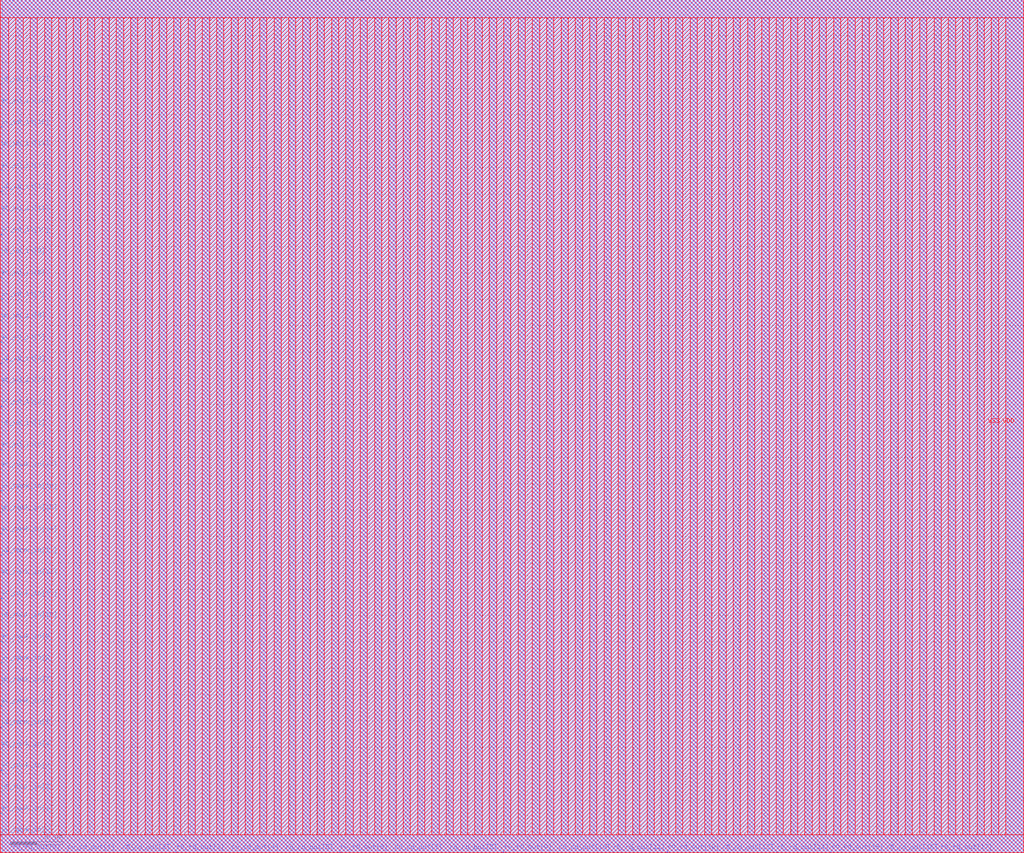
<source format=lef>
VERSION 5.7 ;
BUSBITCHARS "[]" ;
MACRO fakeram_18x256_1r1w
  FOREIGN fakeram_18x256_1r1w 0 0 ;
  SYMMETRY X Y R90 ;
  SIZE 388.240 BY 323.680 ;
  CLASS BLOCK ;
  PIN w0_mask_in[0]
    DIRECTION INPUT ;
    USE SIGNAL ;
    SHAPE ABUTMENT ;
    PORT
      LAYER met3 ;
      RECT 0.000 6.650 0.800 6.950 ;
    END
  END w0_mask_in[0]
  PIN w0_mask_in[1]
    DIRECTION INPUT ;
    USE SIGNAL ;
    SHAPE ABUTMENT ;
    PORT
      LAYER met3 ;
      RECT 0.000 14.810 0.800 15.110 ;
    END
  END w0_mask_in[1]
  PIN w0_mask_in[2]
    DIRECTION INPUT ;
    USE SIGNAL ;
    SHAPE ABUTMENT ;
    PORT
      LAYER met3 ;
      RECT 0.000 22.970 0.800 23.270 ;
    END
  END w0_mask_in[2]
  PIN w0_mask_in[3]
    DIRECTION INPUT ;
    USE SIGNAL ;
    SHAPE ABUTMENT ;
    PORT
      LAYER met3 ;
      RECT 0.000 31.130 0.800 31.430 ;
    END
  END w0_mask_in[3]
  PIN w0_mask_in[4]
    DIRECTION INPUT ;
    USE SIGNAL ;
    SHAPE ABUTMENT ;
    PORT
      LAYER met3 ;
      RECT 0.000 39.290 0.800 39.590 ;
    END
  END w0_mask_in[4]
  PIN w0_mask_in[5]
    DIRECTION INPUT ;
    USE SIGNAL ;
    SHAPE ABUTMENT ;
    PORT
      LAYER met3 ;
      RECT 0.000 47.450 0.800 47.750 ;
    END
  END w0_mask_in[5]
  PIN w0_mask_in[6]
    DIRECTION INPUT ;
    USE SIGNAL ;
    SHAPE ABUTMENT ;
    PORT
      LAYER met3 ;
      RECT 0.000 55.610 0.800 55.910 ;
    END
  END w0_mask_in[6]
  PIN w0_mask_in[7]
    DIRECTION INPUT ;
    USE SIGNAL ;
    SHAPE ABUTMENT ;
    PORT
      LAYER met3 ;
      RECT 0.000 63.770 0.800 64.070 ;
    END
  END w0_mask_in[7]
  PIN w0_mask_in[8]
    DIRECTION INPUT ;
    USE SIGNAL ;
    SHAPE ABUTMENT ;
    PORT
      LAYER met3 ;
      RECT 0.000 71.930 0.800 72.230 ;
    END
  END w0_mask_in[8]
  PIN w0_mask_in[9]
    DIRECTION INPUT ;
    USE SIGNAL ;
    SHAPE ABUTMENT ;
    PORT
      LAYER met3 ;
      RECT 0.000 80.090 0.800 80.390 ;
    END
  END w0_mask_in[9]
  PIN w0_mask_in[10]
    DIRECTION INPUT ;
    USE SIGNAL ;
    SHAPE ABUTMENT ;
    PORT
      LAYER met3 ;
      RECT 0.000 88.250 0.800 88.550 ;
    END
  END w0_mask_in[10]
  PIN w0_mask_in[11]
    DIRECTION INPUT ;
    USE SIGNAL ;
    SHAPE ABUTMENT ;
    PORT
      LAYER met3 ;
      RECT 0.000 96.410 0.800 96.710 ;
    END
  END w0_mask_in[11]
  PIN w0_mask_in[12]
    DIRECTION INPUT ;
    USE SIGNAL ;
    SHAPE ABUTMENT ;
    PORT
      LAYER met3 ;
      RECT 0.000 104.570 0.800 104.870 ;
    END
  END w0_mask_in[12]
  PIN w0_mask_in[13]
    DIRECTION INPUT ;
    USE SIGNAL ;
    SHAPE ABUTMENT ;
    PORT
      LAYER met3 ;
      RECT 0.000 112.730 0.800 113.030 ;
    END
  END w0_mask_in[13]
  PIN w0_mask_in[14]
    DIRECTION INPUT ;
    USE SIGNAL ;
    SHAPE ABUTMENT ;
    PORT
      LAYER met3 ;
      RECT 0.000 120.890 0.800 121.190 ;
    END
  END w0_mask_in[14]
  PIN w0_mask_in[15]
    DIRECTION INPUT ;
    USE SIGNAL ;
    SHAPE ABUTMENT ;
    PORT
      LAYER met3 ;
      RECT 0.000 129.050 0.800 129.350 ;
    END
  END w0_mask_in[15]
  PIN w0_mask_in[16]
    DIRECTION INPUT ;
    USE SIGNAL ;
    SHAPE ABUTMENT ;
    PORT
      LAYER met3 ;
      RECT 0.000 137.210 0.800 137.510 ;
    END
  END w0_mask_in[16]
  PIN w0_mask_in[17]
    DIRECTION INPUT ;
    USE SIGNAL ;
    SHAPE ABUTMENT ;
    PORT
      LAYER met3 ;
      RECT 0.000 145.370 0.800 145.670 ;
    END
  END w0_mask_in[17]
  PIN w0_wd_in[0]
    DIRECTION INPUT ;
    USE SIGNAL ;
    SHAPE ABUTMENT ;
    PORT
      LAYER met3 ;
      RECT 0.000 152.850 0.800 153.150 ;
    END
  END w0_wd_in[0]
  PIN w0_wd_in[1]
    DIRECTION INPUT ;
    USE SIGNAL ;
    SHAPE ABUTMENT ;
    PORT
      LAYER met3 ;
      RECT 0.000 161.010 0.800 161.310 ;
    END
  END w0_wd_in[1]
  PIN w0_wd_in[2]
    DIRECTION INPUT ;
    USE SIGNAL ;
    SHAPE ABUTMENT ;
    PORT
      LAYER met3 ;
      RECT 0.000 169.170 0.800 169.470 ;
    END
  END w0_wd_in[2]
  PIN w0_wd_in[3]
    DIRECTION INPUT ;
    USE SIGNAL ;
    SHAPE ABUTMENT ;
    PORT
      LAYER met3 ;
      RECT 0.000 177.330 0.800 177.630 ;
    END
  END w0_wd_in[3]
  PIN w0_wd_in[4]
    DIRECTION INPUT ;
    USE SIGNAL ;
    SHAPE ABUTMENT ;
    PORT
      LAYER met3 ;
      RECT 0.000 185.490 0.800 185.790 ;
    END
  END w0_wd_in[4]
  PIN w0_wd_in[5]
    DIRECTION INPUT ;
    USE SIGNAL ;
    SHAPE ABUTMENT ;
    PORT
      LAYER met3 ;
      RECT 0.000 193.650 0.800 193.950 ;
    END
  END w0_wd_in[5]
  PIN w0_wd_in[6]
    DIRECTION INPUT ;
    USE SIGNAL ;
    SHAPE ABUTMENT ;
    PORT
      LAYER met3 ;
      RECT 0.000 201.810 0.800 202.110 ;
    END
  END w0_wd_in[6]
  PIN w0_wd_in[7]
    DIRECTION INPUT ;
    USE SIGNAL ;
    SHAPE ABUTMENT ;
    PORT
      LAYER met3 ;
      RECT 0.000 209.970 0.800 210.270 ;
    END
  END w0_wd_in[7]
  PIN w0_wd_in[8]
    DIRECTION INPUT ;
    USE SIGNAL ;
    SHAPE ABUTMENT ;
    PORT
      LAYER met3 ;
      RECT 0.000 218.130 0.800 218.430 ;
    END
  END w0_wd_in[8]
  PIN w0_wd_in[9]
    DIRECTION INPUT ;
    USE SIGNAL ;
    SHAPE ABUTMENT ;
    PORT
      LAYER met3 ;
      RECT 0.000 226.290 0.800 226.590 ;
    END
  END w0_wd_in[9]
  PIN w0_wd_in[10]
    DIRECTION INPUT ;
    USE SIGNAL ;
    SHAPE ABUTMENT ;
    PORT
      LAYER met3 ;
      RECT 0.000 234.450 0.800 234.750 ;
    END
  END w0_wd_in[10]
  PIN w0_wd_in[11]
    DIRECTION INPUT ;
    USE SIGNAL ;
    SHAPE ABUTMENT ;
    PORT
      LAYER met3 ;
      RECT 0.000 242.610 0.800 242.910 ;
    END
  END w0_wd_in[11]
  PIN w0_wd_in[12]
    DIRECTION INPUT ;
    USE SIGNAL ;
    SHAPE ABUTMENT ;
    PORT
      LAYER met3 ;
      RECT 0.000 250.770 0.800 251.070 ;
    END
  END w0_wd_in[12]
  PIN w0_wd_in[13]
    DIRECTION INPUT ;
    USE SIGNAL ;
    SHAPE ABUTMENT ;
    PORT
      LAYER met3 ;
      RECT 0.000 258.930 0.800 259.230 ;
    END
  END w0_wd_in[13]
  PIN w0_wd_in[14]
    DIRECTION INPUT ;
    USE SIGNAL ;
    SHAPE ABUTMENT ;
    PORT
      LAYER met3 ;
      RECT 0.000 267.090 0.800 267.390 ;
    END
  END w0_wd_in[14]
  PIN w0_wd_in[15]
    DIRECTION INPUT ;
    USE SIGNAL ;
    SHAPE ABUTMENT ;
    PORT
      LAYER met3 ;
      RECT 0.000 275.250 0.800 275.550 ;
    END
  END w0_wd_in[15]
  PIN w0_wd_in[16]
    DIRECTION INPUT ;
    USE SIGNAL ;
    SHAPE ABUTMENT ;
    PORT
      LAYER met3 ;
      RECT 0.000 283.410 0.800 283.710 ;
    END
  END w0_wd_in[16]
  PIN w0_wd_in[17]
    DIRECTION INPUT ;
    USE SIGNAL ;
    SHAPE ABUTMENT ;
    PORT
      LAYER met3 ;
      RECT 0.000 291.570 0.800 291.870 ;
    END
  END w0_wd_in[17]
  PIN r0_rd_out[0]
    DIRECTION OUTPUT ;
    USE SIGNAL ;
    SHAPE ABUTMENT ;
    PORT
      LAYER met2 ;
      RECT 4.530 0.000 4.670 0.350 ;
    END
  END r0_rd_out[0]
  PIN r0_rd_out[1]
    DIRECTION OUTPUT ;
    USE SIGNAL ;
    SHAPE ABUTMENT ;
    PORT
      LAYER met2 ;
      RECT 25.230 0.000 25.370 0.350 ;
    END
  END r0_rd_out[1]
  PIN r0_rd_out[2]
    DIRECTION OUTPUT ;
    USE SIGNAL ;
    SHAPE ABUTMENT ;
    PORT
      LAYER met2 ;
      RECT 45.930 0.000 46.070 0.350 ;
    END
  END r0_rd_out[2]
  PIN r0_rd_out[3]
    DIRECTION OUTPUT ;
    USE SIGNAL ;
    SHAPE ABUTMENT ;
    PORT
      LAYER met2 ;
      RECT 66.630 0.000 66.770 0.350 ;
    END
  END r0_rd_out[3]
  PIN r0_rd_out[4]
    DIRECTION OUTPUT ;
    USE SIGNAL ;
    SHAPE ABUTMENT ;
    PORT
      LAYER met2 ;
      RECT 87.330 0.000 87.470 0.350 ;
    END
  END r0_rd_out[4]
  PIN r0_rd_out[5]
    DIRECTION OUTPUT ;
    USE SIGNAL ;
    SHAPE ABUTMENT ;
    PORT
      LAYER met2 ;
      RECT 108.030 0.000 108.170 0.350 ;
    END
  END r0_rd_out[5]
  PIN r0_rd_out[6]
    DIRECTION OUTPUT ;
    USE SIGNAL ;
    SHAPE ABUTMENT ;
    PORT
      LAYER met2 ;
      RECT 128.730 0.000 128.870 0.350 ;
    END
  END r0_rd_out[6]
  PIN r0_rd_out[7]
    DIRECTION OUTPUT ;
    USE SIGNAL ;
    SHAPE ABUTMENT ;
    PORT
      LAYER met2 ;
      RECT 149.430 0.000 149.570 0.350 ;
    END
  END r0_rd_out[7]
  PIN r0_rd_out[8]
    DIRECTION OUTPUT ;
    USE SIGNAL ;
    SHAPE ABUTMENT ;
    PORT
      LAYER met2 ;
      RECT 170.130 0.000 170.270 0.350 ;
    END
  END r0_rd_out[8]
  PIN r0_rd_out[9]
    DIRECTION OUTPUT ;
    USE SIGNAL ;
    SHAPE ABUTMENT ;
    PORT
      LAYER met2 ;
      RECT 190.830 0.000 190.970 0.350 ;
    END
  END r0_rd_out[9]
  PIN r0_rd_out[10]
    DIRECTION OUTPUT ;
    USE SIGNAL ;
    SHAPE ABUTMENT ;
    PORT
      LAYER met2 ;
      RECT 211.530 0.000 211.670 0.350 ;
    END
  END r0_rd_out[10]
  PIN r0_rd_out[11]
    DIRECTION OUTPUT ;
    USE SIGNAL ;
    SHAPE ABUTMENT ;
    PORT
      LAYER met2 ;
      RECT 232.230 0.000 232.370 0.350 ;
    END
  END r0_rd_out[11]
  PIN r0_rd_out[12]
    DIRECTION OUTPUT ;
    USE SIGNAL ;
    SHAPE ABUTMENT ;
    PORT
      LAYER met2 ;
      RECT 252.930 0.000 253.070 0.350 ;
    END
  END r0_rd_out[12]
  PIN r0_rd_out[13]
    DIRECTION OUTPUT ;
    USE SIGNAL ;
    SHAPE ABUTMENT ;
    PORT
      LAYER met2 ;
      RECT 273.630 0.000 273.770 0.350 ;
    END
  END r0_rd_out[13]
  PIN r0_rd_out[14]
    DIRECTION OUTPUT ;
    USE SIGNAL ;
    SHAPE ABUTMENT ;
    PORT
      LAYER met2 ;
      RECT 294.330 0.000 294.470 0.350 ;
    END
  END r0_rd_out[14]
  PIN r0_rd_out[15]
    DIRECTION OUTPUT ;
    USE SIGNAL ;
    SHAPE ABUTMENT ;
    PORT
      LAYER met2 ;
      RECT 315.030 0.000 315.170 0.350 ;
    END
  END r0_rd_out[15]
  PIN r0_rd_out[16]
    DIRECTION OUTPUT ;
    USE SIGNAL ;
    SHAPE ABUTMENT ;
    PORT
      LAYER met2 ;
      RECT 335.730 0.000 335.870 0.350 ;
    END
  END r0_rd_out[16]
  PIN r0_rd_out[17]
    DIRECTION OUTPUT ;
    USE SIGNAL ;
    SHAPE ABUTMENT ;
    PORT
      LAYER met2 ;
      RECT 356.430 0.000 356.570 0.350 ;
    END
  END r0_rd_out[17]
  PIN w0_addr_in[0]
    DIRECTION INPUT ;
    USE SIGNAL ;
    SHAPE ABUTMENT ;
    PORT
      LAYER met3 ;
      RECT 387.440 6.650 388.240 6.950 ;
    END
  END w0_addr_in[0]
  PIN w0_addr_in[1]
    DIRECTION INPUT ;
    USE SIGNAL ;
    SHAPE ABUTMENT ;
    PORT
      LAYER met3 ;
      RECT 387.440 20.930 388.240 21.230 ;
    END
  END w0_addr_in[1]
  PIN w0_addr_in[2]
    DIRECTION INPUT ;
    USE SIGNAL ;
    SHAPE ABUTMENT ;
    PORT
      LAYER met3 ;
      RECT 387.440 35.210 388.240 35.510 ;
    END
  END w0_addr_in[2]
  PIN w0_addr_in[3]
    DIRECTION INPUT ;
    USE SIGNAL ;
    SHAPE ABUTMENT ;
    PORT
      LAYER met3 ;
      RECT 387.440 49.490 388.240 49.790 ;
    END
  END w0_addr_in[3]
  PIN w0_addr_in[4]
    DIRECTION INPUT ;
    USE SIGNAL ;
    SHAPE ABUTMENT ;
    PORT
      LAYER met3 ;
      RECT 387.440 63.770 388.240 64.070 ;
    END
  END w0_addr_in[4]
  PIN w0_addr_in[5]
    DIRECTION INPUT ;
    USE SIGNAL ;
    SHAPE ABUTMENT ;
    PORT
      LAYER met3 ;
      RECT 387.440 78.050 388.240 78.350 ;
    END
  END w0_addr_in[5]
  PIN w0_addr_in[6]
    DIRECTION INPUT ;
    USE SIGNAL ;
    SHAPE ABUTMENT ;
    PORT
      LAYER met3 ;
      RECT 387.440 92.330 388.240 92.630 ;
    END
  END w0_addr_in[6]
  PIN w0_addr_in[7]
    DIRECTION INPUT ;
    USE SIGNAL ;
    SHAPE ABUTMENT ;
    PORT
      LAYER met3 ;
      RECT 387.440 106.610 388.240 106.910 ;
    END
  END w0_addr_in[7]
  PIN r0_addr_in[0]
    DIRECTION INPUT ;
    USE SIGNAL ;
    SHAPE ABUTMENT ;
    PORT
      LAYER met2 ;
      RECT 4.530 323.330 4.670 323.680 ;
    END
  END r0_addr_in[0]
  PIN r0_addr_in[1]
    DIRECTION INPUT ;
    USE SIGNAL ;
    SHAPE ABUTMENT ;
    PORT
      LAYER met2 ;
      RECT 23.390 323.330 23.530 323.680 ;
    END
  END r0_addr_in[1]
  PIN r0_addr_in[2]
    DIRECTION INPUT ;
    USE SIGNAL ;
    SHAPE ABUTMENT ;
    PORT
      LAYER met2 ;
      RECT 42.250 323.330 42.390 323.680 ;
    END
  END r0_addr_in[2]
  PIN r0_addr_in[3]
    DIRECTION INPUT ;
    USE SIGNAL ;
    SHAPE ABUTMENT ;
    PORT
      LAYER met2 ;
      RECT 61.110 323.330 61.250 323.680 ;
    END
  END r0_addr_in[3]
  PIN r0_addr_in[4]
    DIRECTION INPUT ;
    USE SIGNAL ;
    SHAPE ABUTMENT ;
    PORT
      LAYER met2 ;
      RECT 79.970 323.330 80.110 323.680 ;
    END
  END r0_addr_in[4]
  PIN r0_addr_in[5]
    DIRECTION INPUT ;
    USE SIGNAL ;
    SHAPE ABUTMENT ;
    PORT
      LAYER met2 ;
      RECT 98.830 323.330 98.970 323.680 ;
    END
  END r0_addr_in[5]
  PIN r0_addr_in[6]
    DIRECTION INPUT ;
    USE SIGNAL ;
    SHAPE ABUTMENT ;
    PORT
      LAYER met2 ;
      RECT 117.690 323.330 117.830 323.680 ;
    END
  END r0_addr_in[6]
  PIN r0_addr_in[7]
    DIRECTION INPUT ;
    USE SIGNAL ;
    SHAPE ABUTMENT ;
    PORT
      LAYER met2 ;
      RECT 136.550 323.330 136.690 323.680 ;
    END
  END r0_addr_in[7]
  PIN w0_we_in
    DIRECTION INPUT ;
    USE SIGNAL ;
    SHAPE ABUTMENT ;
    PORT
      LAYER met3 ;
      RECT 387.440 111.370 388.240 111.670 ;
    END
  END w0_we_in
  PIN w0_ce_in
    DIRECTION INPUT ;
    USE SIGNAL ;
    SHAPE ABUTMENT ;
    PORT
      LAYER met3 ;
      RECT 387.440 116.130 388.240 116.430 ;
    END
  END w0_ce_in
  PIN w0_clk
    DIRECTION INPUT ;
    USE SIGNAL ;
    SHAPE ABUTMENT ;
    PORT
      LAYER met3 ;
      RECT 387.440 120.890 388.240 121.190 ;
    END
  END w0_clk
  PIN r0_ce_in
    DIRECTION INPUT ;
    USE SIGNAL ;
    SHAPE ABUTMENT ;
    PORT
      LAYER met2 ;
      RECT 137.470 323.330 137.610 323.680 ;
    END
  END r0_ce_in
  PIN r0_clk
    DIRECTION INPUT ;
    USE SIGNAL ;
    SHAPE ABUTMENT ;
    PORT
      LAYER met2 ;
      RECT 138.390 323.330 138.530 323.680 ;
    END
  END r0_clk
  PIN VSS
    DIRECTION INOUT ;
    USE GROUND ;
    PORT
      LAYER met4 ;
      RECT 3.240 6.800 5.960 316.880 ;
      RECT 14.120 6.800 16.840 316.880 ;
      RECT 25.000 6.800 27.720 316.880 ;
      RECT 35.880 6.800 38.600 316.880 ;
      RECT 46.760 6.800 49.480 316.880 ;
      RECT 57.640 6.800 60.360 316.880 ;
      RECT 68.520 6.800 71.240 316.880 ;
      RECT 79.400 6.800 82.120 316.880 ;
      RECT 90.280 6.800 93.000 316.880 ;
      RECT 101.160 6.800 103.880 316.880 ;
      RECT 112.040 6.800 114.760 316.880 ;
      RECT 122.920 6.800 125.640 316.880 ;
      RECT 133.800 6.800 136.520 316.880 ;
      RECT 144.680 6.800 147.400 316.880 ;
      RECT 155.560 6.800 158.280 316.880 ;
      RECT 166.440 6.800 169.160 316.880 ;
      RECT 177.320 6.800 180.040 316.880 ;
      RECT 188.200 6.800 190.920 316.880 ;
      RECT 199.080 6.800 201.800 316.880 ;
      RECT 209.960 6.800 212.680 316.880 ;
      RECT 220.840 6.800 223.560 316.880 ;
      RECT 231.720 6.800 234.440 316.880 ;
      RECT 242.600 6.800 245.320 316.880 ;
      RECT 253.480 6.800 256.200 316.880 ;
      RECT 264.360 6.800 267.080 316.880 ;
      RECT 275.240 6.800 277.960 316.880 ;
      RECT 286.120 6.800 288.840 316.880 ;
      RECT 297.000 6.800 299.720 316.880 ;
      RECT 307.880 6.800 310.600 316.880 ;
      RECT 318.760 6.800 321.480 316.880 ;
      RECT 329.640 6.800 332.360 316.880 ;
      RECT 340.520 6.800 343.240 316.880 ;
      RECT 351.400 6.800 354.120 316.880 ;
      RECT 362.280 6.800 365.000 316.880 ;
      RECT 373.160 6.800 375.880 316.880 ;
    END
  END VSS
  PIN VDD
    DIRECTION INOUT ;
    USE POWER ;
    PORT
      LAYER met4 ;
      RECT 8.680 6.800 11.400 316.880 ;
      RECT 19.560 6.800 22.280 316.880 ;
      RECT 30.440 6.800 33.160 316.880 ;
      RECT 41.320 6.800 44.040 316.880 ;
      RECT 52.200 6.800 54.920 316.880 ;
      RECT 63.080 6.800 65.800 316.880 ;
      RECT 73.960 6.800 76.680 316.880 ;
      RECT 84.840 6.800 87.560 316.880 ;
      RECT 95.720 6.800 98.440 316.880 ;
      RECT 106.600 6.800 109.320 316.880 ;
      RECT 117.480 6.800 120.200 316.880 ;
      RECT 128.360 6.800 131.080 316.880 ;
      RECT 139.240 6.800 141.960 316.880 ;
      RECT 150.120 6.800 152.840 316.880 ;
      RECT 161.000 6.800 163.720 316.880 ;
      RECT 171.880 6.800 174.600 316.880 ;
      RECT 182.760 6.800 185.480 316.880 ;
      RECT 193.640 6.800 196.360 316.880 ;
      RECT 204.520 6.800 207.240 316.880 ;
      RECT 215.400 6.800 218.120 316.880 ;
      RECT 226.280 6.800 229.000 316.880 ;
      RECT 237.160 6.800 239.880 316.880 ;
      RECT 248.040 6.800 250.760 316.880 ;
      RECT 258.920 6.800 261.640 316.880 ;
      RECT 269.800 6.800 272.520 316.880 ;
      RECT 280.680 6.800 283.400 316.880 ;
      RECT 291.560 6.800 294.280 316.880 ;
      RECT 302.440 6.800 305.160 316.880 ;
      RECT 313.320 6.800 316.040 316.880 ;
      RECT 324.200 6.800 326.920 316.880 ;
      RECT 335.080 6.800 337.800 316.880 ;
      RECT 345.960 6.800 348.680 316.880 ;
      RECT 356.840 6.800 359.560 316.880 ;
      RECT 367.720 6.800 370.440 316.880 ;
      RECT 378.600 6.800 381.320 316.880 ;
    END
  END VDD
  OBS
    LAYER met1 ;
    RECT 0 0 388.240 323.680 ;
    LAYER met2 ;
    RECT 0 0 388.240 323.680 ;
    LAYER met3 ;
    RECT 0.800 0 388.240 323.680 ;
    LAYER met4 ;
    RECT 0 0 388.240 6.800 ;
    RECT 0 316.880 388.240 323.680 ;
    RECT 0.000 6.800 3.240 316.880 ;
    RECT 5.960 6.800 8.680 316.880 ;
    RECT 11.400 6.800 14.120 316.880 ;
    RECT 16.840 6.800 19.560 316.880 ;
    RECT 22.280 6.800 25.000 316.880 ;
    RECT 27.720 6.800 30.440 316.880 ;
    RECT 33.160 6.800 35.880 316.880 ;
    RECT 38.600 6.800 41.320 316.880 ;
    RECT 44.040 6.800 46.760 316.880 ;
    RECT 49.480 6.800 52.200 316.880 ;
    RECT 54.920 6.800 57.640 316.880 ;
    RECT 60.360 6.800 63.080 316.880 ;
    RECT 65.800 6.800 68.520 316.880 ;
    RECT 71.240 6.800 73.960 316.880 ;
    RECT 76.680 6.800 79.400 316.880 ;
    RECT 82.120 6.800 84.840 316.880 ;
    RECT 87.560 6.800 90.280 316.880 ;
    RECT 93.000 6.800 95.720 316.880 ;
    RECT 98.440 6.800 101.160 316.880 ;
    RECT 103.880 6.800 106.600 316.880 ;
    RECT 109.320 6.800 112.040 316.880 ;
    RECT 114.760 6.800 117.480 316.880 ;
    RECT 120.200 6.800 122.920 316.880 ;
    RECT 125.640 6.800 128.360 316.880 ;
    RECT 131.080 6.800 133.800 316.880 ;
    RECT 136.520 6.800 139.240 316.880 ;
    RECT 141.960 6.800 144.680 316.880 ;
    RECT 147.400 6.800 150.120 316.880 ;
    RECT 152.840 6.800 155.560 316.880 ;
    RECT 158.280 6.800 161.000 316.880 ;
    RECT 163.720 6.800 166.440 316.880 ;
    RECT 169.160 6.800 171.880 316.880 ;
    RECT 174.600 6.800 177.320 316.880 ;
    RECT 180.040 6.800 182.760 316.880 ;
    RECT 185.480 6.800 188.200 316.880 ;
    RECT 190.920 6.800 193.640 316.880 ;
    RECT 196.360 6.800 199.080 316.880 ;
    RECT 201.800 6.800 204.520 316.880 ;
    RECT 207.240 6.800 209.960 316.880 ;
    RECT 212.680 6.800 215.400 316.880 ;
    RECT 218.120 6.800 220.840 316.880 ;
    RECT 223.560 6.800 226.280 316.880 ;
    RECT 229.000 6.800 231.720 316.880 ;
    RECT 234.440 6.800 237.160 316.880 ;
    RECT 239.880 6.800 242.600 316.880 ;
    RECT 245.320 6.800 248.040 316.880 ;
    RECT 250.760 6.800 253.480 316.880 ;
    RECT 256.200 6.800 258.920 316.880 ;
    RECT 261.640 6.800 264.360 316.880 ;
    RECT 267.080 6.800 269.800 316.880 ;
    RECT 272.520 6.800 275.240 316.880 ;
    RECT 277.960 6.800 280.680 316.880 ;
    RECT 283.400 6.800 286.120 316.880 ;
    RECT 288.840 6.800 291.560 316.880 ;
    RECT 294.280 6.800 297.000 316.880 ;
    RECT 299.720 6.800 302.440 316.880 ;
    RECT 305.160 6.800 307.880 316.880 ;
    RECT 310.600 6.800 313.320 316.880 ;
    RECT 316.040 6.800 318.760 316.880 ;
    RECT 321.480 6.800 324.200 316.880 ;
    RECT 326.920 6.800 329.640 316.880 ;
    RECT 332.360 6.800 335.080 316.880 ;
    RECT 337.800 6.800 340.520 316.880 ;
    RECT 343.240 6.800 345.960 316.880 ;
    RECT 348.680 6.800 351.400 316.880 ;
    RECT 354.120 6.800 356.840 316.880 ;
    RECT 359.560 6.800 362.280 316.880 ;
    RECT 365.000 6.800 367.720 316.880 ;
    RECT 370.440 6.800 373.160 316.880 ;
    RECT 375.880 6.800 378.600 316.880 ;
    RECT 381.320 6.800 388.240 316.880 ;
    LAYER OVERLAP ;
    RECT 0 0 388.240 323.680 ;
  END
END fakeram_18x256_1r1w

END LIBRARY

</source>
